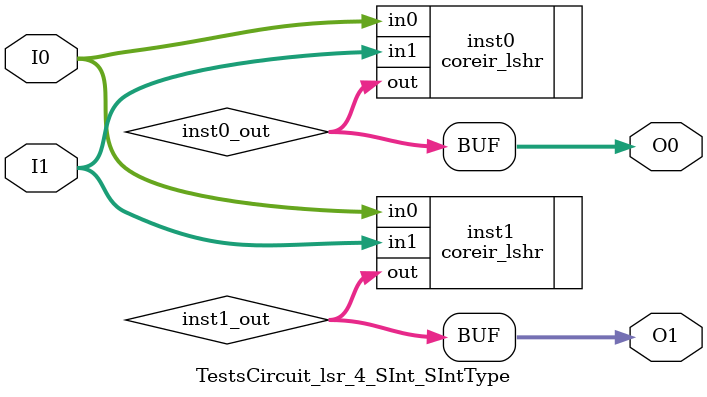
<source format=v>
module TestsCircuit_lsr_4_SInt_SIntType (input signed [3:0] I0, input signed [3:0] I1, output signed [3:0] O0, output signed [3:0] O1);
wire [3:0] inst0_out;
wire [3:0] inst1_out;
coreir_lshr inst0 (.in0(I0), .in1(I1), .out(inst0_out));
coreir_lshr inst1 (.in0(I0), .in1(I1), .out(inst1_out));
assign O0 = inst0_out;
assign O1 = inst1_out;
endmodule


</source>
